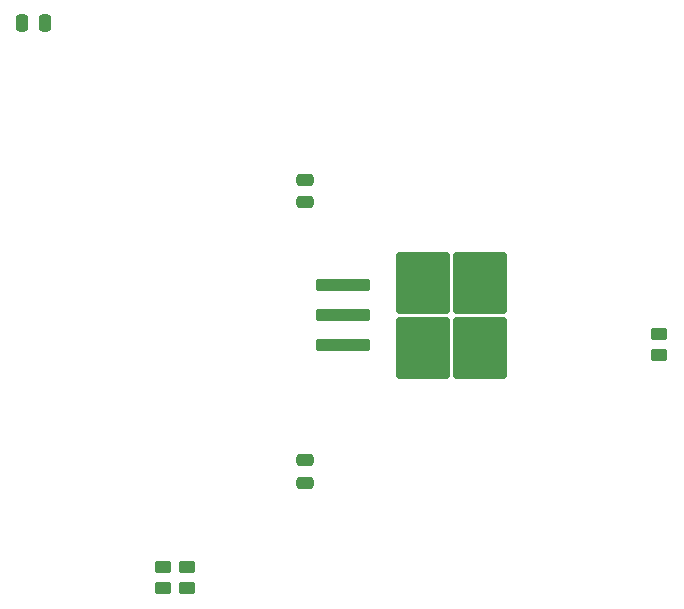
<source format=gbr>
%TF.GenerationSoftware,KiCad,Pcbnew,8.0.5*%
%TF.CreationDate,2024-09-19T11:27:23+10:00*%
%TF.ProjectId,SBR2.1,53425232-2e31-42e6-9b69-6361645f7063,rev?*%
%TF.SameCoordinates,Original*%
%TF.FileFunction,Paste,Top*%
%TF.FilePolarity,Positive*%
%FSLAX46Y46*%
G04 Gerber Fmt 4.6, Leading zero omitted, Abs format (unit mm)*
G04 Created by KiCad (PCBNEW 8.0.5) date 2024-09-19 11:27:23*
%MOMM*%
%LPD*%
G01*
G04 APERTURE LIST*
G04 Aperture macros list*
%AMRoundRect*
0 Rectangle with rounded corners*
0 $1 Rounding radius*
0 $2 $3 $4 $5 $6 $7 $8 $9 X,Y pos of 4 corners*
0 Add a 4 corners polygon primitive as box body*
4,1,4,$2,$3,$4,$5,$6,$7,$8,$9,$2,$3,0*
0 Add four circle primitives for the rounded corners*
1,1,$1+$1,$2,$3*
1,1,$1+$1,$4,$5*
1,1,$1+$1,$6,$7*
1,1,$1+$1,$8,$9*
0 Add four rect primitives between the rounded corners*
20,1,$1+$1,$2,$3,$4,$5,0*
20,1,$1+$1,$4,$5,$6,$7,0*
20,1,$1+$1,$6,$7,$8,$9,0*
20,1,$1+$1,$8,$9,$2,$3,0*%
G04 Aperture macros list end*
%ADD10RoundRect,0.250000X-0.475000X0.250000X-0.475000X-0.250000X0.475000X-0.250000X0.475000X0.250000X0*%
%ADD11RoundRect,0.250000X0.475000X-0.250000X0.475000X0.250000X-0.475000X0.250000X-0.475000X-0.250000X0*%
%ADD12RoundRect,0.250000X-2.050000X-0.300000X2.050000X-0.300000X2.050000X0.300000X-2.050000X0.300000X0*%
%ADD13RoundRect,0.250000X-2.025000X-2.375000X2.025000X-2.375000X2.025000X2.375000X-2.025000X2.375000X0*%
%ADD14RoundRect,0.250000X0.450000X-0.262500X0.450000X0.262500X-0.450000X0.262500X-0.450000X-0.262500X0*%
%ADD15RoundRect,0.250000X-0.250000X-0.475000X0.250000X-0.475000X0.250000X0.475000X-0.250000X0.475000X0*%
%ADD16RoundRect,0.250000X-0.450000X0.262500X-0.450000X-0.262500X0.450000X-0.262500X0.450000X0.262500X0*%
G04 APERTURE END LIST*
D10*
%TO.C,C2*%
X139000000Y-77550000D03*
X139000000Y-79450000D03*
%TD*%
D11*
%TO.C,C1*%
X139000000Y-55700000D03*
X139000000Y-53800000D03*
%TD*%
D12*
%TO.C,U5*%
X142250000Y-62750000D03*
X142250000Y-65290000D03*
D13*
X148975000Y-62515000D03*
X148975000Y-68065000D03*
X153825000Y-62515000D03*
X153825000Y-68065000D03*
D12*
X142250000Y-67830000D03*
%TD*%
D14*
%TO.C,R2*%
X169000000Y-68662500D03*
X169000000Y-66837500D03*
%TD*%
D15*
%TO.C,C5*%
X115050000Y-40500000D03*
X116950000Y-40500000D03*
%TD*%
D16*
%TO.C,R3*%
X129000000Y-86587500D03*
X129000000Y-88412500D03*
%TD*%
%TO.C,R1*%
X127000000Y-86587500D03*
X127000000Y-88412500D03*
%TD*%
M02*

</source>
